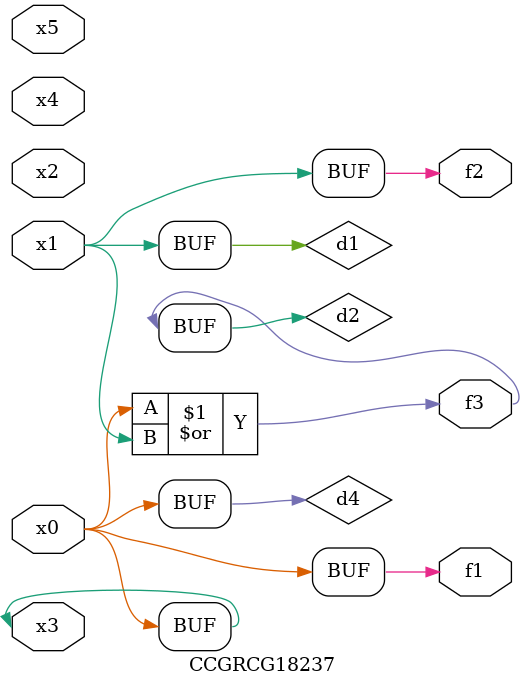
<source format=v>
module CCGRCG18237(
	input x0, x1, x2, x3, x4, x5,
	output f1, f2, f3
);

	wire d1, d2, d3, d4;

	and (d1, x1);
	or (d2, x0, x1);
	nand (d3, x0, x5);
	buf (d4, x0, x3);
	assign f1 = d4;
	assign f2 = d1;
	assign f3 = d2;
endmodule

</source>
